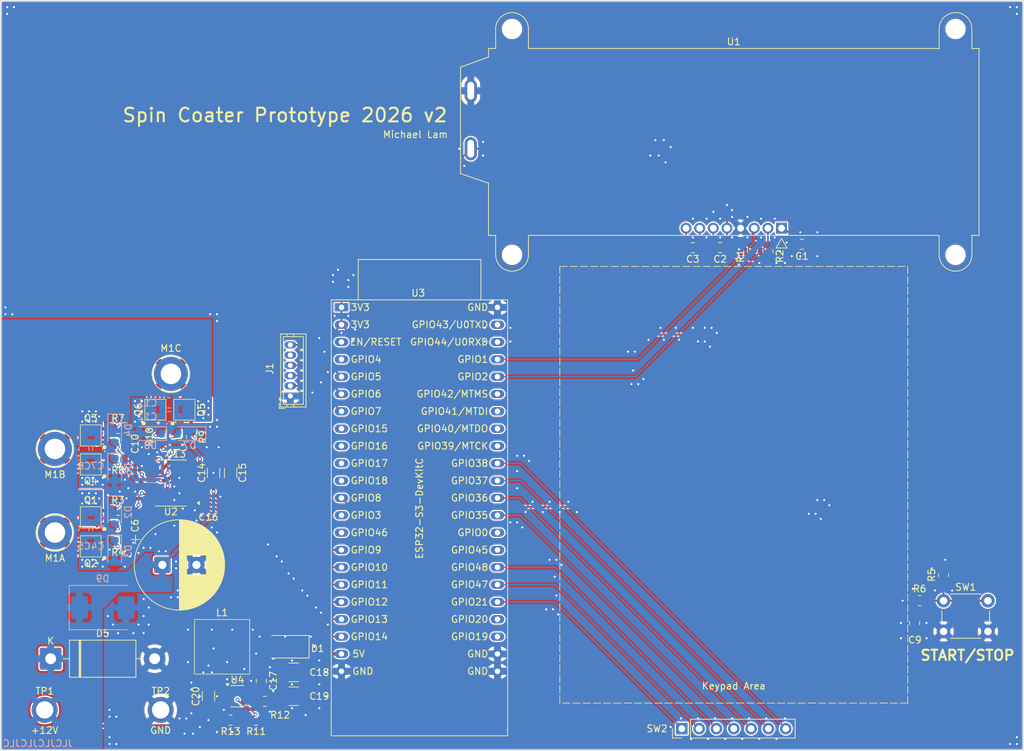
<source format=kicad_pcb>
(kicad_pcb (version 20241229) (generator "pcbnew") (generator_version "9.0")
  (title_block (date "2026-02-11"))
  (layers (0 "F.Cu" signal) (2 "B.Cu" signal) (13 "F.Paste" user) (15 "B.Paste" user) (5 "F.SilkS" user "F.Silkscreen") (7 "B.SilkS" user "B.Silkscreen") (1 "F.Mask" user) (3 "B.Mask" user) (25 "Edge.Cuts" user))
  (net 0 "")
  (net 1 "+12V")
  (net 2 "GND")
  (net 3 "Net-(U1-VOUT)")
  (net 4 "Net-(U1-C1-)")
  (net 5 "+5V")
  (net 6 "Net-(U1-C1+)")
  (net 7 "Net-(U2-BSTA)")
  (net 8 "Net-(D2-A)")
  (net 9 "Net-(U3-GPIO8{slash}ADC1_CH7)")
  (net 10 "Net-(U2-BSTB)")
  (net 11 "Net-(D4-A)")
  (net 12 "Net-(D7-A)")
  (net 13 "+3.3V")
  (net 14 "Net-(D1-K)")
  (net 15 "Net-(J1-Pin_3)")
  (net 17 "Net-(J1-Pin_2)")
  (net 18 "Net-(J1-Pin_4)")
  (net 19 "Net-(U2-BSTC)")
  (net 20 "Net-(U4-SW)")
  (net 21 "Net-(U4-BST)")
  (net 22 "Net-(D2-K)")
  (net 23 "Net-(D3-K)")
  (net 24 "Net-(D4-K)")
  (net 25 "Net-(D8-K)")
  (net 26 "Net-(D6-K)")
  (net 27 "Net-(U1-SDA)")
  (net 28 "Net-(U1-SCL)")
  (net 29 "Net-(U2-GHA)")
  (net 30 "Net-(U2-GLA)")
  (net 31 "Net-(R5-Pad2)")
  (net 32 "Net-(U2-GHB)")
  (net 33 "Net-(U2-GLB)")
  (net 34 "Net-(U2-GHC)")
  (net 35 "Net-(U2-GLC)")
  (net 36 "Net-(U4-FB)")
  (net 51 "/INLC")
  (net 52 "/INLB")
  (net 57 "/INHC")
  (net 58 "Net-(D7-K)")
  (net 59 "Net-(U4-EN)")
  (net 60 "/INHA")
  (net 61 "/INLA")
  (net 62 "/INHB")
  (net 63 "Net-(SW2-Pin_1)")
  (net 64 "Net-(SW2-Pin_5)")
  (net 65 "Net-(SW2-Pin_4)")
  (net 66 "Net-(SW2-Pin_7)")
  (net 67 "Net-(SW2-Pin_3)")
  (net 68 "Net-(SW2-Pin_2)")
  (net 69 "Net-(SW2-Pin_6)")
  (footprint "footprints:PPAK3x3" (layer "F.Cu") (at 91 115 90)
    (property "Reference" "Q5")
    (property "Value" "GSFN6982")
  )
  (footprint "footprints:PPAK3x3" (layer "F.Cu") (at 78.25 119.75 180)
    (property "Reference" "Q3")
    (property "Value" "GSFN6982")
  )
  (footprint "footprints:PPAK3x3" (layer "F.Cu") (at 78.25 136 180)
    (property "Reference" "Q2")
    (property "Value" "GSFN6982")
  )
  (footprint "Package_TO_SOT_SMD:TSOT-23-6" (layer "F.Cu") (at 99.75 157)
    (property "Reference" "U4")
    (property "Value" "TPP302080")
  )
  (footprint "Resistor_SMD:R_0805_2012Metric" (layer "F.Cu") (at 199.75 143 180)
    (property "Reference" "R6")
    (property "Value" "10k")
  )
  (footprint "footprints:PPAK3x3" (layer "F.Cu") (at 86.75 115 90)
    (property "Reference" "Q6")
    (property "Value" "GSFN6982")
  )
  (footprint "Capacitor_SMD:C_1206_3216Metric" (layer "F.Cu") (at 98.75 124.25 90)
    (property "Reference" "C15")
    (property "Value" "10uF")
  )
  (footprint "Capacitor_SMD:C_0805_2012Metric" (layer "F.Cu") (at 170.5 91.25 180)
    (property "Reference" "C2")
    (property "Value" "1uF")
  )
  (footprint "Resistor_SMD:R_0805_2012Metric" (layer "F.Cu") (at 93 119 90)
    (property "Reference" "R9")
    (property "Value" "15")
  )
  (footprint "Resistor_SMD:R_0805_2012Metric" (layer "F.Cu") (at 82.25 117.75 180)
    (property "Reference" "R7")
    (property "Value" "15")
  )
  (footprint "Resistor_SMD:R_0805_2012Metric" (layer "F.Cu") (at 177.5 91.75 90)
    (property "Reference" "R2")
    (property "Value" "4.7k")
  )
  (footprint "footprints:TestPoint_THTPad_D5.0mm_Drill3.0mm" (layer "F.Cu") (at 73 120.75)
    (property "Reference" "M1B")
    (property "Value" "TestPoint")
  )
  (footprint "Resistor_SMD:R_0805_2012Metric" (layer "F.Cu") (at 203.25 139.25 -90)
    (property "Reference" "R5")
    (property "Value" "10k")
  )
  (footprint "footprints:PPAK3x3" (layer "F.Cu") (at 78.25 124 180)
    (property "Reference" "Q4")
    (property "Value" "GSFN6982")
  )
  (footprint "Resistor_SMD:R_0805_2012Metric" (layer "F.Cu") (at 175.25 91.75 90)
    (property "Reference" "R1")
    (property "Value" "4.7k")
  )
  (footprint "Package_SO:TSSOP-20_4.4x6.5mm_P0.65mm" (layer "F.Cu") (at 90 125.75 180)
    (property "Reference" "U2")
    (property "Value" "DRV8300D")
  )
  (footprint "Capacitor_SMD:C_0805_2012Metric" (layer "F.Cu") (at 82.25 120 180)
    (property "Reference" "C10")
    (property "Value" "1uF")
  )
  (footprint "Resistor_SMD:R_0805_2012Metric" (layer "F.Cu") (at 102.5 160.5 180)
    (property "Reference" "R11")
    (property "Value" "22k")
  )
  (footprint "Capacitor_SMD:C_0805_2012Metric" (layer "F.Cu") (at 199 146.25 -90)
    (property "Reference" "C9")
    (property "Value" "1uF")
  )
  (footprint "Capacitor_SMD:C_1206_3216Metric" (layer "F.Cu") (at 96.25 124.25 90)
    (property "Reference" "C14")
    (property "Value" "10uF")
  )
  (footprint "Capacitor_SMD:C_0805_2012Metric" (layer "F.Cu") (at 82.25 132 180)
    (property "Reference" "C6")
    (property "Value" "1uF")
  )
  (footprint "Button_Switch_THT:SW_PUSH_6mm" (layer "F.Cu") (at 203.25 143)
    (property "Reference" "SW1")
    (property "Value" "SW_Push")
  )
  (footprint "Capacitor_SMD:C_0805_2012Metric" (layer "F.Cu") (at 90.75 119 90)
    (property "Reference" "C13")
    (property "Value" "1uF")
  )
  (footprint "Resistor_SMD:R_0805_2012Metric" (layer "F.Cu") (at 82.25 134.25 180)
    (property "Reference" "R4")
    (property "Value" "15")
  )
  (footprint "Capacitor_SMD:C_0805_2012Metric" (layer "F.Cu") (at 103.25 154.75 -90)
    (property "Reference" "C17")
    (property "Value" "100nF")
  )
  (footprint "footprints:TestPoint_THTPad_D5.0mm_Drill3.0mm" (layer "F.Cu") (at 90 109.75)
    (property "Reference" "M1C")
    (property "Value" "TestPoint")
  )
  (footprint "footprints:1502-2 Turret" (layer "F.Cu") (at 88.5 154)
    (property "Reference" "TP2")
    (property "Value" "Alligator In")
  )
  (footprint "Capacitor_THT:CP_Radial_D13.0mm_P5.00mm" (layer "F.Cu") (at 88.75 137.75)
    (property "Reference" "C16")
    (property "Value" "1mF")
  )
  (footprint "Resistor_SMD:R_0805_2012Metric" (layer "F.Cu") (at 88.5 119 90)
    (property "Reference" "R10")
    (property "Value" "15")
  )
  (footprint "footprints:1502-2 Turret" (layer "F.Cu") (at 71.5 154)
    (property "Reference" "TP1")
    (property "Value" "Alligator In")
  )
  (footprint "footprints:HCM1A0805V3-150R" (layer "F.Cu") (at 97.5 149.75)
    (property "Reference" "L1")
    (property "Value" "15uH")
  )
  (footprint "footprints:TestPoint_THTPad_D5.0mm_Drill3.0mm" (layer "F.Cu") (at 73 133)
    (property "Reference" "M1A")
    (property "Value" "TestPoint")
  )
  (footprint "Resistor_SMD:R_0805_2012Metric" (layer "F.Cu") (at 98.75 160.5 180)
    (property "Reference" "R13")
    (property "Value" "3k")
  )
  (footprint "PCM_Espressif:ESP32-S3-DevKitC" (layer "F.Cu") (at 115 100)
    (property "Reference" "U3")
    (property "Value" "ESP32-S3-DevKitC")
  )
  (footprint "Connector_PinHeader_2.54mm:PinHeader_1x07_P2.54mm_Vertical" (layer "F.Cu") (at 164.88 161.75 90)
    (property "Reference" "SW2")
    (property "Value" "Keypad")
  )
  (footprint "Capacitor_SMD:C_1206_3216Metric" (layer "F.Cu") (at 95.5 157 90)
    (property "Reference" "C20")
    (property "Value" "10uF")
  )
  (footprint "Resistor_SMD:R_0805_2012Metric" (layer "F.Cu") (at 82.25 129.75 180)
    (property "Reference" "R3")
    (property "Value" "15")
  )
  (footprint "Capacitor_SMD:C_0805_2012Metric" (layer "F.Cu") (at 166.5 91.25 180)
    (property "Reference" "C3")
    (property "Value" "1uF")
  )
  (footprint "footprints:PPAK3x3" (layer "F.Cu") (at 78.25 131.75 180)
    (property "Reference" "Q1")
    (property "Value" "GSFN6982")
  )
  (footprint "Display:NHD-C0220BiZ" (layer "F.Cu") (at 172.5 72.5)
    (property "Reference" "U1")
    (property "Value" "NHD-C0220BIZ")
  )
  (footprint "Resistor_SMD:R_0805_2012Metric" (layer "F.Cu") (at 82.25 122.25 180)
    (property "Reference" "R8")
    (property "Value" "15")
  )
  (footprint "Diode_SMD:D_SMA" (layer "F.Cu") (at 106.75 149.75 180)
    (property "Reference" "D1")
    (property "Value" "SS14")
  )
  (footprint "Resistor_SMD:R_0805_2012Metric" (layer "F.Cu") (at 103.75 157.75 180)
    (property "Reference" "R12")
    (property "Value" "100k")
  )
  (footprint "Capacitor_SMD:C_1210_3225Metric" (layer "F.Cu") (at 108 157)
    (property "Reference" "C19")
    (property "Value" "22uF")
  )
  (footprint "Diode_THT:D_DO-201AD_P15.24mm_Horizontal" (layer "F.Cu") (at 72.375 151.5)
    (property "Reference" "D5")
    (property "Value" "SB2060")
  )
  (footprint "Capacitor_SMD:C_1210_3225Metric" (layer "F.Cu") (at 108 153.5)
    (property "Reference" "C18")
    (property "Value" "22uF")
  )
  (footprint "Capacitor_SMD:C_0805_2012Metric" (layer "F.Cu") (at 182.5 90.75)
    (property "Reference" "C1")
    (property "Value" "1uF")
  )
  (footprint "Connector_JST:JST_ZH_B6B-ZR_1x06_P1.50mm_Vertical" (layer "F.Cu") (at 107.5 113 90)
    (property "Reference" "J1")
    (property "Value" "Motor Encoder In")
  )
  (footprint "Diode_SMD:D_SOD-123" (layer "B.Cu") (at 81.75 130 -90)
    (property "Reference" "D2")
    (property "Value" "MMSZ5245B")
  )
  (footprint "Diode_SMD:D_SOD-123" (layer "B.Cu") (at 81.75 123.75 -90)
    (property "Reference" "D6")
    (property "Value" "MMSZ5245B")
  )
  (footprint "Diode_SMD:D_SMC" (layer "B.Cu") (at 80 144)
    (property "Reference" "D9")
    (property "Value" "SMCJ15A")
  )
  (footprint "Capacitor_SMD:C_0805_2012Metric" (layer "B.Cu") (at 77.25 120.75 -90)
    (property "Reference" "C8")
    (property "Value" "1uF")
  )
  (footprint "Capacitor_SMD:C_0805_2012Metric" (layer "B.Cu") (at 89.75 116 180)
    (property "Reference" "C12")
    (property "Value" "1uF")
  )
  (footprint "Diode_SMD:D_SOD-123" (layer "B.Cu") (at 81.75 118 -90)
    (property "Reference" "D4")
    (property "Value" "MMSZ5245B")
  )
  (footprint "Capacitor_SMD:C_0805_2012Metric" (layer "B.Cu") (at 79.25 132.5 -90)
    (property "Reference" "C4")
    (property "Value" "1uF")
  )
  (footprint "Capacitor_SMD:C_0805_2012Metric" (layer "B.Cu") (at 77.25 132.5 -90)
    (property "Reference" "C5")
    (property "Value" "1uF")
  )
  (footprint "Capacitor_SMD:C_0805_2012Metric" (layer "B.Cu") (at 79.25 120.75 -90)
    (property "Reference" "C7")
    (property "Value" "1uF")
  )
  (footprint "Capacitor_SMD:C_0805_2012Metric" (layer "B.Cu") (at 89.75 114 180)
    (property "Reference" "C11")
    (property "Value" "1uF")
  )
  (footprint "Diode_SMD:D_SOD-123" (layer "B.Cu") (at 92.75 118.5 180)
    (property "Reference" "D7")
    (property "Value" "MMSZ5245B")
  )
  (footprint "Diode_SMD:D_SOD-123" (layer "B.Cu") (at 87 118.5 180)
    (property "Reference" "D8")
    (property "Value" "MMSZ5245B")
  )
  (footprint "Diode_SMD:D_SOD-123" (layer "B.Cu") (at 81.75 135.75 -90)
    (property "Reference" "D3")
    (property "Value" "MMSZ5245B")
  )
  (gr_rect (start 147 94) (end 198 158) (stroke (width 0.1) (type dash)) (fill no) (layer "F.SilkS"))
  (gr_rect (start 65 55) (end 215 165) (stroke (width 0.1)) (fill no) (layer "Edge.Cuts"))
  (gr_text "Keypad Area" (at 172.5 155.5 0) (layer "F.SilkS") (effects (font (size 1 1))))
  (gr_text "GND" (at 88.5 162 0) (layer "F.SilkS") (effects (font (size 1 1))))
  (gr_text "Spin Coater Prototype 2026 v2" (at 82.75 73 0) (layer "F.SilkS") (effects (font (size 2 2) (thickness 0.3)) (justify left bottom)))
  (gr_text "Michael Lam" (at 121 75.25 0) (layer "F.SilkS") (effects (font (size 1 1)) (justify left bottom)))
  (gr_text "START/STOP" (at 206.75 151 0) (layer "F.SilkS") (effects (font (size 1.5 1.5) (thickness 0.3) (bold yes))))
  (gr_text "+12V" (at 71.5 162 0) (layer "F.SilkS") (effects (font (size 1 1))))
  (gr_text "JLCJLCJLCJLC" (at 75.75 164.5 0) (layer "B.SilkS") (effects (font (size 1 1)) (justify left bottom mirror)))
  (segment (start 73.856 161.356) (end 92.619 161.356) (width 0.5) (layer "F.Cu") (net 1))
  (segment (start 96.025 157.95) (end 95.5 158.475) (width 0.5) (layer "F.Cu") (net 1))
  (segment (start 71.5 159) (end 73.856 161.356) (width 0.5) (layer "F.Cu") (net 1))
  (segment (start 92.619 161.356) (end 95.5 158.475) (width 0.5) (layer "F.Cu") (net 1))
  (segment (start 92.8625 124.775) (end 95.3 124.775) (width 0.5) (layer "F.Cu") (net 1))
  (segment (start 99.5635 158.901) (end 98.6125 157.95) (width 0.5) (layer "F.Cu") (net 1))
  (segment (start 104.6625 157.75) (end 103.5115 158.901) (width 0.5) (layer "F.Cu") (net 1))
  (segment (start 95.3 124.775) (end 96.25 125.725) (width 0.5) (layer "F.Cu") (net 1))
  (segment (start 96.25 127) (end 96.25 125.725) (width 0.5) (layer "F.Cu") (net 1))
  (segment (start 96.25 125.725) (end 98.75 125.725) (width 0.5) (layer "F.Cu") (net 1))
  (segment (start 103.5115 158.901) (end 99.5635 158.901) (width 0.5) (layer "F.Cu") (net 1))
  (segment (start 98.6125 157.95) (end 96.025 157.95) (width 0.5) (layer "F.Cu") (net 1))
  (via (at 78 127.25) (size 0.6) (drill 0.3) (layers "F.Cu" "B.Cu") (net 1))
  (via (at 95.5 114.75) (size 0.6) (drill 0.3) (layers "F.Cu" "B.Cu") (net 1))
  (via (at 96.25 127) (size 0.6) (drill 0.3) (layers "F.Cu" "B.Cu") (net 1))
  (via (at 79.5 116) (size 0.6) (drill 0.3) (layers "F.Cu" "B.Cu") (net 1))
  (via (at 77 128.75) (size 0.6) (drill 0.3) (layers "F.Cu" "B.Cu") (net 1))
  (via (at 78 128.75) (size 0.6) (drill 0.3) (layers "F.Cu" "B.Cu") (net 1))
  (via (at 94 114.75) (size 0.6) (drill 0.3) (layers "F.Cu" "B.Cu") (net 1))
  (via (at 94.75 115.25) (size 0.6) (drill 0.3) (layers "F.Cu" "B.Cu") (net 1))
  (via (at 79 128.75) (size 0.6) (drill 0.3) (layers "F.Cu" "B.Cu") (net 1))
  (via (at 77 127.25) (size 0.6) (drill 0.3) (layers "F.Cu" "B.Cu") (net 1))
  (via (at 77 116.75) (size 0.6) (drill 0.3) (layers "F.Cu" "B.Cu") (net 1))
  (via (at 94.75 114.25) (size 0.6) (drill 0.3) (layers "F.Cu" "B.Cu") (net 1))
  (via (at 77.5 128) (size 0.6) (drill 0.3) (layers "F.Cu" "B.Cu") (net 1))
  (via (at 94 115.75) (size 0.6) (drill 0.3) (layers "F.Cu" "B.Cu") (net 1))
  (via (at 77 115.25) (size 0.6) (drill 0.3) (layers "F.Cu" "B.Cu") (net 1))
  (via (at 79 116.75) (size 0.6) (drill 0.3) (layers "F.Cu" "B.Cu") (net 1))
  (via (at 95.5 113.75) (size 0.6) (drill 0.3) (layers "F.Cu" "B.Cu") (net 1))
  (via (at 94.75 116.25) (size 0.6) (drill 0.3) (layers "F.Cu" "B.Cu") (net 1))
  (via (at 79 127.25) (size 0.6) (drill 0.3) (layers "F.Cu" "B.Cu") (net 1))
  (via (at 78 116.75) (size 0.6) (drill 0.3) (layers "F.Cu" "B.Cu") (net 1))
  (via (at 78.5 116) (size 0.6) (drill 0.3) (layers "F.Cu" "B.Cu") (net 1))
  (via (at 95.5 115.75) (size 0.6) (drill 0.3) (layers "F.Cu" "B.Cu") (net 1))
  (via (at 79.5 128) (size 0.6) (drill 0.3) (layers "F.Cu" "B.Cu") (net 1))
  (via (at 78 115.25) (size 0.6) (drill 0.3) (layers "F.Cu" "B.Cu") (net 1))
  (via (at 78.5 128) (size 0.6) (drill 0.3) (layers "F.Cu" "B.Cu") (net 1))
  (via (at 77.5 116) (size 0.6) (drill 0.3) (layers "F.Cu" "B.Cu") (net 1))
  (via (at 94 113.75) (size 0.6) (drill 0.3) (layers "F.Cu" "B.Cu") (net 1))
  (via (at 79 115.25) (size 0.6) (drill 0.3) (layers "F.Cu" "B.Cu") (net 1))
  (segment (start 96.25 127) (end 96.25 130.25) (width 0.5) (layer "B.Cu") (net 1))
  (segment (start 88.75 137.75) (end 96.25 130.25) (width 0.5) (layer "B.Cu") (net 1))
  (segment (start 76.6 143) (end 76.75 143) (width 0.5) (layer "B.Cu") (net 1))
  (via (at 81 135.5) (size 0.6) (drill 0.3) (layers "F.Cu" "B.Cu") (net 2))
  (via (at 176.5 89.75) (size 0.6) (drill 0.3) (layers "F.Cu" "B.Cu") (net 2))
  (via (at 98.25 152) (size 0.6) (drill 0.3) (layers "F.Cu" "B.Cu") (net 2))
  (via (at 184.5 130.25) (size 0.6) (drill 0.3) (layers "F.Cu" "B.Cu") (net 2))
  (via (at 83.5 128) (size 0.6) (drill 0.3) (layers "F.Cu" "B.Cu") (net 2))
  (via (at 184.75 128.25) (size 0.6) (drill 0.3) (layers "F.Cu" "B.Cu") (net 2))
  (via (at 107.75 151.75) (size 0.6) (drill 0.3) (layers "F.Cu" "B.Cu") (net 2))
  (via (at 135.75 75.75) (size 0.6) (drill 0.3) (layers "F.Cu" "B.Cu") (net 2))
  (via (at 85.75 120.5) (size 0.6) (drill 0.3) (layers "F.Cu" "B.Cu") (net 2))
  (via (at 160 104.75) (size 0.6) (drill 0.3) (layers "F.Cu" "B.Cu") (net 2))
  (via (at 140.75 131.5) (size 0.6) (drill 0.3) (layers "F.Cu" "B.Cu") (net 2))
  (via (at 84.5 147.75) (size 0.6) (drill 0.3) (layers "F.Cu" "B.Cu") (net 2))
  (via (at 86 147.75) (size 0.6) (drill 0.3) (layers "F.Cu" "B.Cu") (net 2))
  (via (at 171.5 85) (size 0.6) (drill 0.3) (layers "F.Cu" "B.Cu") (net 2))
  (via (at 112.75 153.5) (size 0.6) (drill 0.3) (layers "F.Cu" "B.Cu") (net 2))
  (via (at 162.25 75.5) (size 0.6) (drill 0.3) (layers "F.Cu" "B.Cu") (net 2))
  (via (at 95.5 152.5) (size 0.6) (drill 0.3) (layers "F.Cu" "B.Cu") (net 2))
  (via (at 95.75 101) (size 0.6) (drill 0.3) (layers "F.Cu" "B.Cu") (net 2))
  (via (at 171.25 163.25) (size 0.6) (drill 0.3) (layers "F.Cu" "B.Cu") (net 2))
  (via (at 109.25 141.5) (size 0.6) (drill 0.3) (layers "F.Cu" "B.Cu") (net 2))
  (via (at 86.75 118) (size 0.6) (drill 0.3) (layers "F.Cu" "B.Cu") (net 2))
  (via (at 116 97) (size 0.6) (drill 0.3) (layers "F.Cu" "B.Cu") (net 2))
  (via (at 92.5 147.25) (size 0.6) (drill 0.3) (layers "F.Cu" "B.Cu") (net 2))
  (via (at 94.5 130.5) (size 0.6) (drill 0.3) (layers "F.Cu" "B.Cu") (net 2))
  (via (at 177.25 160.25) (size 0.6) (drill 0.3) (layers "F.Cu" "B.Cu") (net 2))
  (via (at 161.75 103) (size 0.6) (drill 0.3) (layers "F.Cu" "B.Cu") (net 2))
  (via (at 90 142.5) (size 0.6) (drill 0.3) (layers "F.Cu" "B.Cu") (net 2))
  (via (at 88.25 135.75) (size 0.6) (drill 0.3) (layers "F.Cu" "B.Cu") (net 2))
  (via (at 104.5 152.75) (size 0.6) (drill 0.3) (layers "F.Cu" "B.Cu") (net 2))
  (via (at 81 159) (size 0.6) (drill 0.3) (layers "F.Cu" "B.Cu") (net 2))
  (via (at 172.25 160.25) (size 0.6) (drill 0.3) (layers "F.Cu" "B.Cu") (net 2))
  (via (at 90.75 137.25) (size 0.6) (drill 0.3) (layers "F.Cu" "B.Cu") (net 2))
  (via (at 83.25 125.25) (size 0.6) (drill 0.3) (layers "F.Cu" "B.Cu") (net 2))
  (via (at 90.75 138.25) (size 0.6) (drill 0.3) (layers "F.Cu" "B.Cu") (net 2))
  (via (at 146 144.25) (size 0.6) (drill 0.3) (layers "F.Cu" "B.Cu") (net 2))
  (via (at 96 147.25) (size 0.6) (drill 0.3) (layers "F.Cu" "B.Cu") (net 2))
  (via (at 80.75 145.25) (size 0.6) (drill 0.3) (layers "F.Cu" "B.Cu") (net 2))
  (via (at 106.75 148.25) (size 0.6) (drill 0.3) (layers "F.Cu" "B.Cu") (net 2))
  (via (at 94.75 153.5) (size 0.6) (drill 0.3) (layers "F.Cu" "B.Cu") (net 2))
  (via (at 168.75 163.25) (size 0.6) (drill 0.3) (layers "F.Cu" "B.Cu") (net 2))
  (via (at 140.75 124) (size 0.6) (drill 0.3) (layers "F.Cu" "B.Cu") (net 2))
  (via (at 111.75 158.75) (size 0.6) (drill 0.3) (layers "F.Cu" "B.Cu") (net 2))
  (via (at 114 101.25) (size 0.6) (drill 0.3) (layers "F.Cu" "B.Cu") (net 2))
  (via (at 167.25 105) (size 0.6) (drill 0.3) (layers "F.Cu" "B.Cu") (net 2))
  (via (at 183.5 130.25) (size 0.6) (drill 0.3) (layers "F.Cu" "B.Cu") (net 2))
  (via (at 96 132.25) (size 0.6) (drill 0.3) (layers "F.Cu" "B.Cu") (net 2))
  (via (at 77.75 125.5) (size 0.6) (drill 0.3) (layers "F.Cu" "B.Cu") (net 2))
  (via (at 110.5 148.25) (size 0.6) (drill 0.3) (layers "F.Cu" "B.Cu") (net 2))
  (via (at 93 159.5) (size 0.6) (drill 0.3) (layers "F.Cu" "B.Cu") (net 2))
  (via (at 87 119.5) (size 0.6) (drill 0.3) (layers "F.Cu" "B.Cu") (net 2))
  (via (at 82 164) (size 0.6) (drill 0.3) (layers "F.Cu" "B.Cu") (net 2))
  (via (at 84.75 115.25) (size 0.6) (drill 0.3) (layers "F.Cu" "B.Cu") (net 2))
  (via (at 157 106.5) (size 0.6) (drill 0.3) (layers "F.Cu" "B.Cu") (net 2))
  (via (at 168.25 103) (size 0.6) (drill 0.3) (layers "F.Cu" "B.Cu") (net 2))
  (via (at 101.75 154.75) (size 0.6) (drill 0.3) (layers "F.Cu" "B.Cu") (net 2))
  (via (at 113 109.5) (size 0.6) (drill 0.3) (layers "F.Cu" "B.Cu") (net 2))
  (via (at 100.75 153) (size 0.6) (drill 0.3) (layers "F.Cu" "B.Cu") (net 2))
  (via (at 111.75 104.5) (size 0.6) (drill 0.3) (layers "F.Cu" "B.Cu") (net 2))
  (via (at 149.5 130) (size 0.6) (drill 0.3) (layers "F.Cu" "B.Cu") (net 2))
  (via (at 79.25 137.5) (size 0.6) (drill 0.3) (layers "F.Cu" "B.Cu") (net 2))
  (via (at 65.75 101) (size 0.6) (drill 0.3) (layers "F.Cu" "B.Cu") (net 2))
  (via (at 96.75 162.25) (size 0.6) (drill 0.3) (layers "F.Cu" "B.Cu") (net 2))
  (via (at 81 160) (size 0.6) (drill 0.3) (layers "F.Cu" "B.Cu") (net 2))
  (via (at 102 147.25) (size 0.6) (drill 0.3) (layers "F.Cu" "B.Cu") (net 2))
  (via (at 81 123.75) (size 0.6) (drill 0.3) (layers "F.Cu" "B.Cu") (net 2))
  (via (at 116.75 95.25) (size 0.6) (drill 0.3) (layers "F.Cu" "B.Cu") (net 2))
  (via (at 161.5 77.75) (size 0.6) (drill 0.3) (layers "F.Cu" "B.Cu") (net 2))
  (via (at 86 145.25) (size 0.6) (drill 0.3) (layers "F.Cu" "B.Cu") (net 2))
  (via (at 180.25 90.5) (size 0.6) (drill 0.3) (layers "F.Cu" "B.Cu") (net 2))
  (via (at 86 142.75) (size 0.6) (drill 0.3) (layers "F.Cu" "B.Cu") (net 2))
  (via (at 84.75 127) (size 0.6) (drill 0.3) (layers "F.Cu" "B.Cu") (net 2))
  (via (at 146.25 139.5) (size 0.6) (drill 0.3) (layers "F.Cu" "B.Cu") (net 2))
  (via (at 146.5 137) (size 0.6) (drill 0.3) (layers "F.Cu" "B.Cu") (net 2))
  (via (at 213 56) (size 0.6) (drill 0.3) (layers "F.Cu" "B.Cu") (net 2))
  (via (at 182.25 92.5) (size 0.6) (drill 0.3) (layers "F.Cu" "B.Cu") (net 2))
  (via (at 86.75 144) (size 0.6) (drill 0.3) (layers "F.Cu" "B.Cu") (net 2))
  (via (at 162.25 104.75) (size 0.6) (drill 0.3) (layers "F.Cu" "B.Cu") (net 2))
  (via (at 140.75 126.5) (size 0.6) (drill 0.3) (layers "F.Cu" "B.Cu") (net 2))
  (via (at 166.25 163.25) (size 0.6) (drill 0.3) (layers "F.Cu" "B.Cu") (net 2))
  (via (at 110.75 112.5) (size 0.6) (drill 0.3) (layers "F.Cu" "B.Cu") (net 2))
  (via (at 170.5 89.75) (size 0.6) (drill 0.3) (layers "F.Cu" "B.Cu") (net 2))
  (via (at 80.75 127.5) (size 0.6) (drill 0.3) (layers "F.Cu" "B.Cu") (net 2))
  (via (at 105.5 136.5) (size 0.6) (drill 0.3) (layers "F.Cu" "B.Cu") (net 2))
  (via (at 92.5 152) (size 0.6) (drill 0.3) (layers "F.Cu" "B.Cu") (net 2))
  (via (at 166.5 87) (size 0.6) (drill 0.3) (layers "F.Cu" "B.Cu") (net 2))
  (via (at 143 128.5) (size 0.6) (drill 0.3) (layers "F.Cu" "B.Cu") (net 2))
  (via (at 197.25 143) (size 0.6) (drill 0.3) (layers "F.Cu" "B.Cu") (net 2))
  (via (at 174.5 86.75) (size 0.6) (drill 0.3) (layers "F.Cu" "B.Cu") (net 2))
  (via (at 197 148.5) (size 0.6) (drill 0.3) (layers "F.Cu" "B.Cu") (net 2))
  (via (at 186.5 129) (size 0.6) (drill 0.3) (layers "F.Cu" "B.Cu") (net 2))
  (via (at 77 125) (size 0.6) (drill 0.3) (layers "F.Cu" "B.Cu") (net 2))
  (via (at 169.5 86) (size 0.6) (drill 0.3) (layers "F.Cu" "B.Cu") (net 2))
  (via (at 170.5 87) (size 0.6) (drill 0.3) (layers "F.Cu" "B.Cu") (net 2))
  (via (at 99.25 154.5) (size 0.6) (drill 0.3) (layers "F.Cu" "B.Cu") (net 2))
  (via (at 96.75 116.5) (size 0.6) (drill 0.3) (layers "F.Cu" "B.Cu") (net 2))
  (via (at 172.25 85.75) (size 0.6) (drill 0.3) (layers "F.Cu" "B.Cu") (net 2))
  (via (at 197 146.25) (size 0.6) (drill 0.3) (layers "F.Cu" "B.Cu") (net 2))
  (via (at 139.75 105) (size 0.6) (drill 0.3) (layers "F.Cu" "B.Cu") (net 2))
  (via (at 200.75 146.25) (size 0.6) (drill 0.3) (layers "F.Cu" "B.Cu") (net 2))
  (via (at 141.75 121.75) (size 0.6) (drill 0.3) (layers "F.Cu" "B.Cu") (net 2))
  (via (at 145.5 137) (size 0.6) (drill 0.3) (layers "F.Cu" "B.Cu") (net 2))
  (via (at 112 111) (size 0.6) (drill 0.3) (layers "F.Cu" "B.Cu") (net 2))
  (via (at 93 155) (size 0.6) (drill 0.3) (layers "F.Cu" "B.Cu") (net 2))
  (via (at 174.75 160.25) (size 0.6) (drill 0.3) (layers "F.Cu" "B.Cu") (net 2))
  (via (at 83.25 138) (size 0.6) (drill 0.3) (layers "F.Cu" "B.Cu") (net 2))
  (via (at 172.25 86.75) (size 0.6) (drill 0.3) (layers "F.Cu" "B.Cu") (net 2))
  (via (at 90.5 128.25) (size 0.6) (drill 0.3) (layers "F.Cu" "B.Cu") (net 2))
  (via (at 105 154.5) (size 0.6) (drill 0.3) (layers "F.Cu" "B.Cu") (net 2))
  (via (at 98.25 154.5) (size 0.6) (drill 0.3) (layers "F.Cu" "B.Cu") (net 2))
  (via (at 90.5 126.25) (size 0.6) (drill 0.3) (layers "F.Cu" "B.Cu") (net 2))
  (via (at 91.5 136.5) (size 0.6) (drill 0.3) (layers "F.Cu" "B.Cu") (net 2))
  (via (at 93.5 129.75) (size 0.6) (drill 0.3) (layers "F.Cu" "B.Cu") (net 2))
  (via (at 94.25 157) (size 0.6) (drill 0.3) (layers "F.Cu" "B.Cu") (net 2))
  (via (at 147 130) (size 0.6) (drill 0.3) (layers "F.Cu" "B.Cu") (net 2))
  (via (at 79.25 125.5) (size 0.6) (drill 0.3) (layers "F.Cu" "B.Cu") (net 2))
  (via (at 168.5 89.75) (size 0.6) (drill 0.3) (layers "F.Cu" "B.Cu") (net 2))
  (via (at 105 156.25) (size 0.6) (drill 0.3) (layers "F.Cu" "B.Cu") (net 2))
  (via (at 96.75 102) (size 0.6) (drill 0.3) (layers "F.Cu" "B.Cu") (net 2))
  (via (at 107.75 158.75) (size 0.6) (drill 0.3) (layers "F.Cu" "B.Cu") (net 2))
  (via (at 179.25 91.75) (size 0.6) (drill 0.3) (layers "F.Cu" "B.Cu") (net 2))
  (via (at 91.25 127.25) (size 0.6) (drill 0.3) (layers "F.Cu" "B.Cu") (net 2))
  (via (at 164.5 104.75) (size 0.6) (drill 0.3) (layers "F.Cu" "B.Cu") (net 2))
  (via (at 169.25 103) (size 0.6) (drill 0.3) (layers "F.Cu" "B.Cu") (net 2))
  (via (at 77 137) (size 0.6) (drill 0.3) (layers "F.Cu" "B.Cu") (net 2))
  (via (at 82.5 127) (size 0.6) (drill 0.3) (layers "F.Cu" "B.Cu") (net 2))
  (via (at 136 105) (size 0.6) (drill 0.3) (layers "F.Cu" "B.Cu") (net 2))
  (via (at 116 101.25) (size 0.6) (drill 0.3) (layers "F.Cu" "B.Cu") (net 2))
  (via (at 82.25 147.75) (size 0.6) (drill 0.3) (layers "F.Cu" "B.Cu") (net 2))
  (via (at 112.75 157) (size 0.6) (drill 0.3) (layers "F.Cu" "B.Cu") (net 2))
  (via (at 78.5 138) (size 0.6) (drill 0.3) (layers "F.Cu" "B.Cu") (net 2))
  (via (at 81 163) (size 0.6) (drill 0.3) (layers "F.Cu" "B.Cu") (net 2))
  (via (at 111.25 144) (size 0.6) (drill 0.3) (layers "F.Cu" "B.Cu") (net 2))
  (via (at 105 151.5) (size 0.6) (drill 0.3) (layers "F.Cu" "B.Cu") (net 2))
  (via (at 91 141.5) (size 0.6) (drill 0.3) (layers "F.Cu" "B.Cu") (net 2))
  (via (at 113.75 95.25) (size 0.6) (drill 0.3) (layers "F.Cu" "B.Cu") (net 2))
  (via (at 81.5 146.5) (size 0.6) (drill 0.3) (layers "F.Cu" "B.Cu") (net 2))
  (via (at 157.5 111.25) (size 0.6) (drill 0.3) (layers "F.Cu" "B.Cu") (net 2))
  (via (at 96.75 101) (size 0.6) (drill 0.3) (layers "F.Cu" "B.Cu") (net 2))
  (via (at 84 136.5) (size 0.6) (drill 0.3) (layers "F.Cu" "B.Cu") (net 2))
  (via (at 184.75 89) (size 0.6) (drill 0.3) (layers "F.Cu" "B.Cu") (net 2))
  (via (at 170 103.75) (size 0.6) (drill 0.3) (layers "F.Cu" "B.Cu") (net 2))
  (via (at 85.25 136) (size 0.6) (drill 0.3) (layers "F.Cu" "B.Cu") (net 2))
  (via (at 132.25 76.75) (size 0.6) (drill 0.3) (layers "F.Cu" "B.Cu") (net 2))
  (via (at 139.75 103) (size 0.6) (drill 0.3) (layers "F.Cu" "B.Cu") (net 2))
  (via (at 96.25 124.25) (size 0.6) (drill 0.3) (layers "F.Cu" "B.Cu") (net 2))
  (via (at 86 135.25) (size 0.6) (drill 0.3) (layers "F.Cu" "B.Cu") (net 2))
  (via (at 116.75 104.75) (size 0.6) (drill 0.3) (layers "F.Cu" "B.Cu") (net 2))
  (via (at 66.75 101) (size 0.6) (drill 0.3) (layers "F.Cu" "B.Cu") (net 2))
  (via (at 90.5 132) (size 0.6) (drill 0.3) (layers "F.Cu" "B.Cu") (net 2))
  (via (at 111 149.75) (size 0.6) (drill 0.3) (layers "F.Cu" "B.Cu") (net 2))
  (via (at 77 138) (size 0.6) (drill 0.3) (layers "F.Cu" "B.Cu") (net 2))
  (via (at 214 57) (size 0.6) (drill 0.3) (layers "F.Cu" "B.Cu") (net 2))
  (via (at 167.25 160.25) (size 0.6) (drill 0.3) (layers "F.Cu" "B.Cu") (net 2))
  (via (at 96.75 133) (size 0.6) (drill 0.3) (layers "F.Cu" "B.Cu") (net 2))
  (via (at 96.25 150) (size 0.6) (drill 0.3) (layers "F.Cu" "B.Cu") (net 2))
  (via (at 181 92.5) (size 0.6) (drill 0.3) (layers "F.Cu" "B.Cu") (net 2))
  (via (at 82 160) (size 0.6) (drill 0.3) (layers "F.Cu" "B.Cu") (net 2))
  (via (at 88 121.25) (size 0.6) (drill 0.3) (layers "F.Cu" "B.Cu") (net 2))
  (via (at 109.75 159.75) (size 0.6) (drill 0.3) (layers "F.Cu" "B.Cu") (net 2))
  (via (at 85.75 115.25) (size 0.6) (drill 0.3) (layers "F.Cu" "B.Cu") (net 2))
  (via (at 157.75 109.25) (size 0.6) (drill 0.3) (layers "F.Cu" "B.Cu") (net 2))
  (via (at 158.5 111.25) (size 0.6) (drill 0.3) (layers "F.Cu" "B.Cu") (net 2))
  (via (at 166.5 89.75) (size 0.6) (drill 0.3) (layers "F.Cu" "B.Cu") (net 2))
  (via (at 173.25 93.75) (size 0.6) (drill 0.3) (layers "F.Cu" "B.Cu") (net 2))
  (via (at 85.75 116.75) (size 0.6) (drill 0.3) (layers "F.Cu" "B.Cu") (net 2))
  (via (at 66 57) (size 0.6) (drill 0.3) (layers "F.Cu" "B.Cu") (net 2))
  (via (at 214 56) (size 0.6) (drill 0.3) (layers "F.Cu" "B.Cu") (net 2))
  (via (at 92.25 160.25) (size 0.6) (drill 0.3) (layers "F.Cu" "B.Cu") (net 2))
  (via (at 83.75 126.5) (size 0.6) (drill 0.3) (layers "F.Cu" "B.Cu") (net 2))
  (via (at 145 144.25) (size 0.6) (drill 0.3) (layers "F.Cu" "B.Cu") (net 2))
  (via (at 173.75 163.25) (size 0.6) (drill 0.3) (layers "F.Cu" "B.Cu") (net 2))
  (via (at 84.75 116.75) (size 0.6) (drill 0.3) (layers "F.Cu" "B.Cu") (net 2))
  (via (at 136 103) (size 0.6) (drill 0.3) (layers "F.Cu" "B.Cu") (net 2))
  (via (at 78.5 137) (size 0.6) (drill 0.3) (layers "F.Cu" "B.Cu") (net 2))
  (via (at 214 164) (size 0.6) (drill 0.3) (layers "F.Cu" "B.Cu") (net 2))
  (via (at 163.25 161.5) (size 0.6) (drill 0.3) (layers "F.Cu" "B.Cu") (net 2))
  (via (at 93 156) (size 0.6) (drill 0.3) (layers "F.Cu" "B.Cu") (net 2))
  (via (at 80 138) (size 0.6) (drill 0.3) (layers "F.Cu" "B.Cu") (net 2))
  (via (at 110 142.25) (size 0.6) (drill 0.3) (layers "F.Cu" "B.Cu") (net 2))
  (via (at 77 126) (size 0.6) (drill 0.3) (layers "F.Cu" "B.Cu") (net 2))
  (via (at 201.5 138.25) (size 0.6) (drill 0.3) (layers "F.Cu" "B.Cu") (net 2))
  (via (at 107.75 155.25) (size 0.6) (drill 0.3) (layers "F.Cu" "B.Cu") (net 2))
  (via (at 96.75 157) (size 0.6) (drill 0.3) (layers "F.Cu" "B.Cu") (net 2))
  (via (at 166.5 103) (size 0.6) (drill 0.3) (layers "F.Cu" "B.Cu") (net 2))
  (via (at 104.5 159.25) (size 0.6) (drill 0.3) (layers "F.Cu" "B.Cu") (net 2))
  (via (at 159.25 110.5) (size 0.6) (drill 0.3) (layers "F.Cu" "B.Cu") (net 2))
  (via (at 164.75 160.25) (size 0.6) (drill 0.3) (layers "F.Cu" "B.Cu") (net 2))
  (via (at 93.75 131.25) (size 0.6) (drill 0.3) (layers "F.Cu" "B.Cu") (net 2))
  (via (at 184.75 92.5) (size 0.6) (drill 0.3) (layers "F.Cu" "B.Cu") (net 2))
  (via (at 203.5 137) (size 0.6) (drill 0.3) (layers "F.Cu" "B.Cu") (net 2))
  (via (at 85.75 113.75) (size 0.6) (drill 0.3) (layers "F.Cu" "B.Cu") (net 2))
  (via (at 111.75 155.25) (size 0.6) (drill 0.3) (layers "F.Cu" "B.Cu") (net 2))
  (via (at 113 146.5) (size 0.6) (drill 0.3) (layers "F.Cu" "B.Cu") (net 2))
  (via (at 108 139.75) (size 0.6) (drill 0.3) (layers "F.Cu" "B.Cu") (net 2))
  (via (at 173.25 91.5) (size 0.6) (drill 0.3) (layers "F.Cu" "B.Cu") (net 2))
  (via (at 146.75 145) (size 0.6) (drill 0.3) (layers "F.Cu" "B.Cu") (net 2))
  (via (at 85.25 116) (size 0.6) (drill 0.3) (layers "F.Cu" "B.Cu") (net 2))
  (via (at 97 120.5) (size 0.6) (drill 0.3) (layers "F.Cu" "B.Cu") (net 2))
  (via (at 87.75 133.25) (size 0.6) (drill 0.3) (layers "F.Cu" "B.Cu") (net 2))
  (via (at 81 164) (size 0.6) (drill 0.3) (layers "F.Cu" "B.Cu") (net 2))
  (via (at 78.5 125) (size 0.6) (drill 0.3) (layers "F.Cu" "B.Cu") (net 2))
  (via (at 164 103) (size 0.6) (drill 0.3) (layers "F.Cu" "B.Cu") (net 2))
  (via (at 113.75 96.25) (size 0.6) (drill 0.3) (layers "F.Cu" "B.Cu") (net 2))
  (via (at 139.75 131.5) (size 0.6) (drill 0.3) (layers "F.Cu" "B.Cu") (net 2))
  (via (at 180 160.25) (size 0.6) (drill 0.3) (layers "F.Cu" "B.Cu") (net 2))
  (via (at 77.75 137.5) (size 0.6) (drill 0.3) (layers "F.Cu" "B.Cu") (net 2))
  (via (at 117 103.25) (size 0.6) (drill 0.3) (layers "F.Cu" "B.Cu") (net 2))
  (via (at 107.25 139) (size 0.6) (drill 0.3) (layers "F.Cu" "B.Cu") (net 2))
  (via (at 142 130) (size 0.6) (drill 0.3) (layers "F.Cu" "B.Cu") (net 2))
  (via (at 169.75 160.25) (size 0.6) (drill 0.3) (layers "F.Cu" "B.Cu") (net 2))
  (via (at 99 147.25) (size 0.6) (drill 0.3) (layers "F.Cu" "B.Cu") (net 2))
  (via (at 86.75 121.5) (size 0.6) (drill 0.3) (layers "F.Cu" "B.Cu") (net 2))
  (via (at 106.25 137.25) (size 0.6) (drill 0.3) (layers "F.Cu" "B.Cu") (net 2))
  (via (at 202 141.5) (size 0.6) (drill 0.3) (layers "F.Cu" "B.Cu") (net 2))
  (via (at 114.5 94.5) (size 0.6) (drill 0.3) (layers "F.Cu" "B.Cu") (net 2))
  (via (at 96 153.5) (size 0.6) (drill 0.3) (layers "F.Cu" "B.Cu") (net 2))
  (via (at 204.5 141.5) (size 0.6) (drill 0.3) (layers "F.Cu" "B.Cu") (net 2))
  (via (at 180 93.5) (size 0.6) (drill 0.3) (layers "F.Cu" "B.Cu") (net 2))
  (via (at 89.25 135.75) (size 0.6) (drill 0.3) (layers "F.Cu" "B.Cu") (net 2))
  (via (at 115 103.75) (size 0.6) (drill 0.3) (layers "F.Cu" "B.Cu") (net 2))
  (via (at 174.5 89.75) (size 0.6) (drill 0.3) (layers "F.Cu" "B.Cu") (net 2))
  (via (at 161 75.5) (size 0.6) (drill 0.3) (layers "F.Cu" "B.Cu") (net 2))
  (via (at 97.25 127.75) (size 0.6) (drill 0.3) (layers "F.Cu" "B.Cu") (net 2))
  (via (at 116 96) (size 0.6) (drill 0.3) (layers "F.Cu" "B.Cu") (net 2))
  (via (at 84.75 113.75) (size 0.6) (drill 0.3) (layers "F.Cu" "B.Cu") (net 2))
  (via (at 178.75 93.5) (size 0.6) (drill 0.3) (layers "F.Cu" "B.Cu") (net 2))
  (via (at 85.25 146.5) (size 0.6) (drill 0.3) (layers "F.Cu" "B.Cu") (net 2))
  (via (at 85.25 114.5) (size 0.6) (drill 0.3) (layers "F.Cu" "B.Cu") (net 2))
  (via (at 95.75 117.5) (size 0.6) (drill 0.3) (layers "F.Cu" "B.Cu") (net 2))
  (via (at 99 162.25) (size 0.6) (drill 0.3) (layers "F.Cu" "B.Cu") (net 2))
  (via (at 102.5 150.75) (size 0.6) (drill 0.3) (layers "F.Cu" "B.Cu") (net 2))
  (via (at 142.5 122.5) (size 0.6) (drill 0.3) (layers "F.Cu" "B.Cu") (net 2))
  (via (at 178.5 87) (size 0.6) (drill 0.3) (layers "F.Cu" "B.Cu") (net 2))
  (via (at 95.25 133) (size 0.6) (drill 0.3) (layers "F.Cu" "B.Cu") (net 2))
  (via (at 67 56) (size 0.6) (drill 0.3) (layers "F.Cu" "B.Cu") (net 2))
  (via (at 80 137) (size 0.6) (drill 0.3) (layers "F.Cu" "B.Cu") (net 2))
  (via (at 87 135.25) (size 0.6) (drill 0.3) (layers "F.Cu" "B.Cu") (net 2))
  (via (at 91.25 125) (size 0.6) (drill 0.3) (layers "F.Cu" "B.Cu") (net 2))
  (via (at 147.25 137.75) (size 0.6) (drill 0.3) (layers "F.Cu" "B.Cu") (net 2))
  (via (at 65.75 100) (size 0.6) (drill 0.3) (layers "F.Cu" "B.Cu") (net 2))
  (via (at 80 126) (size 0.6) (drill 0.3) (layers "F.Cu" "B.Cu") (net 2))
  (via (at 111.75 151.75) (size 0.6) (drill 0.3) (layers "F.Cu" "B.Cu") (net 2))
  (via (at 198.75 141.25) (size 0.6) (drill 0.3) (layers "F.Cu" "B.Cu") (net 2))
  (via (at 185.75 128.25) (size 0.6) (drill 0.3) (layers "F.Cu" "B.Cu") (net 2))
  (via (at 91 142.5) (size 0.6) (drill 0.3) (layers "F.Cu" "B.Cu") (net 2))
  (via (at 214 163) (size 0.6) (drill 0.3) (layers "F.Cu" "B.Cu") (net 2))
  (via (at 66 56) (size 0.6) (drill 0.3) (layers "F.Cu" "B.Cu") (net 2))
  (via (at 91.75 129.5) (size 0.6) (drill 0.3) (layers "F.Cu" "B.Cu") (net 2))
  (via (at 95.25 120.5) (size 0.6) (drill 0.3) (layers "F.Cu" "B.Cu") (net 2))
  (via (at 176.5 87) (size 0.6) (drill 0.3) (layers "F.Cu" "B.Cu") (net 2))
  (via (at 145.5 128.5) (size 0.6) (drill 0.3) (layers "F.Cu" "B.Cu") (net 2))
  (via (at 103 148.25) (size 0.6) (drill 0.3) (layers "F.Cu" "B.Cu") (net 2))
  (via (at 133 79.25) (size 0.6) (drill 0.3) (layers "F.Cu" "B.Cu") (net 2))
  (via (at 92 162.5) (size 0.6) (drill 0.3) (layers "F.Cu" "B.Cu") (net 2))
  (via (at 112 144.75) (size 0.6) (drill 0.3) (layers "F.Cu" "B.Cu") (net 2))
  (via (at 91.25 160.25) (size 0.6) (drill 0.3) (layers "F.Cu" "B.Cu") (net 2))
  (via (at 104.25 134.75) (size 0.6) (drill 0.3) (layers "F.Cu" "B.Cu") (net 2))
  (via (at 135.75 77.75) (size 0.6) (drill 0.3) (layers "F.Cu" "B.Cu") (net 2))
  (via (at 112.5 106.5) (size 0.6) (drill 0.3) (layers "F.Cu" "B.Cu") (net 2))
  (via (at 80.75 147.75) (size 0.6) (drill 0.3) (layers "F.Cu" "B.Cu") (net 2))
  (via (at 78.5 126) (size 0.6) (drill 0.3) (layers "F.Cu" "B.Cu") (net 2))
  (via (at 168.25 105) (size 0.6) (drill 0.3) (layers "F.Cu" "B.Cu") (net 2))
  (via (at 148.25 128.5) (size 0.6) (drill 0.3) (layers "F.Cu" "B.Cu") (net 2))
  (via (at 158 106.5) (size 0.6) (drill 0.3) (layers "F.Cu" "B.Cu") (net 2))
  (via (at 93.25 162.5) (size 0.6) (drill 0.3) (layers "F.Cu" "B.Cu") (net 2))
  (via (at 83.25 135.75) (size 0.6) (drill 0.3) (layers "F.Cu" "B.Cu") (net 2))
  (via (at 176.25 163.25) (size 0.6) (drill 0.3) (layers "F.Cu" "B.Cu") (net 2))
  (via (at 85.75 123.25) (size 0.6) (drill 0.3) (layers "F.Cu" "B.Cu") (net 2))
  (via (at 97.75 159) (size 0.6) (drill 0.3) (layers "F.Cu" "B.Cu") (net 2))
  (via (at 178.75 163.25) (size 0.6) (drill 0.3) (layers "F.Cu" "B.Cu") (net 2))
  (via (at 86.75 146.5) (size 0.6) (drill 0.3) (layers "F.Cu" "B.Cu") (net 2))
  (via (at 185.25 131) (size 0.6) (drill 0.3) (layers "F.Cu" "B.Cu") (net 2))
  (via (at 178.5 89.75) (size 0.6) (drill 0.3) (layers "F.Cu" "B.Cu") (net 2))
  (via (at 213 164) (size 0.6) (drill 0.3) (layers "F.Cu" "B.Cu") (net 2))
  (via (at 172.25 89.75) (size 0.6) (drill 0.3) (layers "F.Cu" "B.Cu") (net 2))
  (via (at 84.5 134.5) (size 0.6) (drill 0.3) (layers "F.Cu" "B.Cu") (net 2))
  (via (at 182.25 89) (size 0.6) (drill 0.3) (layers "F.Cu" "B.Cu") (net 2))
  (via (at 163.25 76.5) (size 0.6) (drill 0.3) (layers "F.Cu" "B.Cu") (net 2))
  (via (at 94.25 161.5) (size 0.6) (drill 0.3) (layers "F.Cu" "B.Cu") (net 2))
  (via (at 146.5 142.25) (size 0.6) (drill 0.3) (layers "F.Cu" "B.Cu") (net 2))
  (via (at 160.25 77.75) (size 0.6) (drill 0.3) (layers "F.Cu" "B.Cu") (net 2))
  (via (at 162.5 78.75) (size 0.6) (drill 0.3) (layers "F.Cu" "B.Cu") (net 2))
  (via (at 169 105.75) (size 0.6) (drill 0.3) (layers "F.Cu" "B.Cu") (net 2))
  (via (at 96.75 117.5) (size 0.6) (drill 0.3) (layers "F.Cu" "B.Cu") (net 2))
  (via (at 168.5 87) (size 0.6) (drill 0.3) (layers "F.Cu" "B.Cu") (net 2))
  (via (at 176.25 93.5) (size 0.6) (drill 0.3) (layers "F.Cu" "B.Cu") (net 2))
  (via (at 200.75 148.5) (size 0.6) (drill 0.3) (layers "F.Cu" "B.Cu") (net 2))
  (via (at 141.5 132.25) (size 0.6) (drill 0.3) (layers "F.Cu" "B.Cu") (net 2))
  (via (at 144.5 130) (size 0.6) (drill 0.3) (layers "F.Cu" "B.Cu") (net 2))
  (via (at 80 125) (size 0.6) (drill 0.3) (layers "F.Cu" "B.Cu") (net 2))
  (via (at 95.5 160.5) (size 0.6) (drill 0.3) (layers "F.Cu" "B.Cu") (net 2))
  (via (at 140.75 121.75) (size 0.6) (drill 0.3) (layers "F.Cu" "B.Cu") (net 2))
  (segment (start 169.5 91.2) (end 169.55 91.25) (width 0.25) (layer "F.Cu") (net 3))
  (segment (start 169.5 88.4) (end 169.5 91.2) (width 0.25) (layer "F.Cu") (net 3))
  (segment (start 165.5 88.4) (end 165.5 91.2) (width 0.25) (layer "F.Cu") (net 4))
  (segment (start 165.5 91.2) (end 165.55 91.25) (width 0.25) (layer "F.Cu") (net 4))
  (segment (start 106.525 151.525) (end 104.75 149.75) (width 0.5) (layer "F.Cu") (net 5))
  (segment (start 106.525 153.5) (end 106.525 151.525) (width 0.5) (layer "F.Cu") (net 5))
  (segment (start 106.525 157) (end 106.525 158.35) (width 0.5) (layer "F.Cu") (net 5))
  (segment (start 106.525 157) (end 106.525 153.5) (width 0.5) (layer "F.Cu") (net 5))
  (segment (start 100.625 149.75) (end 104.75 149.75) (width 0.5) (layer "F.Cu") (net 5))
  (segment (start 104.375 160.5) (end 103.4125 160.5) (width 0.5) (layer "F.Cu") (net 5))
  (segment (start 106.525 158.35) (end 104.375 160.5) (width 0.5) (layer "F.Cu") (net 5))
  (segment (start 167.5 91.2) (end 167.45 91.25) (width 0.25) (layer "F.Cu") (net 6))
  (segment (start 167.5 88.4) (end 167.5 91.2) (width 0.25) (layer "F.Cu") (net 6))
  (segment (start 86.525 128.675) (end 87.1375 128.675) (width 0.25) (layer "F.Cu") (net 7))
  (segment (start 83.2 132) (end 86.525 128.675) (width 0.25) (layer "F.Cu") (net 7))
  (segment (start 85.75 127.25) (end 85.875 127.375) (width 0.25) (layer "F.Cu") (net 8))
  (segment (start 82.704486 130.949) (end 83.497514 130.949) (width 0.25) (layer "F.Cu") (net 8))
  (segment (start 81.8 132.5) (end 81.3 132) (width 0.5) (layer "F.Cu") (net 8))
  (segment (start 82.2 131.453486) (end 82.704486 130.949) (width 0.25) (layer "F.Cu") (net 8))
  (segment (start 85.25 129.196514) (end 85.25 129) (width 0.25) (layer "F.Cu") (net 8))
  (segment (start 82.2 132.5) (end 82.2 131.453486) (width 0.25) (layer "F.Cu") (net 8))
  (segment (start 82.2 132.5) (end 81.8 132.5) (width 0.5) (layer "F.Cu") (net 8))
  (segment (start 85.875 127.375) (end 87.1375 127.375) (width 0.25) (layer "F.Cu") (net 8))
  (segment (start 83.497514 130.949) (end 85.25 129.196514) (width 0.25) (layer "F.Cu") (net 8))
  (via (at 82.2 132.5) (size 0.6) (drill 0.3) (layers "F.Cu" "B.Cu") (net 8))
  (via (at 85.25 129) (size 0.6) (drill 0.3) (layers "F.Cu" "B.Cu") (net 8))
  (via (at 85.75 127.25) (size 0.6) (drill 0.3) (layers "F.Cu" "B.Cu") (net 8))
  (segment (start 82.2 132.5) (end 82.2 132.1) (width 0.5) (layer "B.Cu") (net 8))
  (segment (start 85.25 127.75) (end 85.75 127.25) (width 0.25) (layer "B.Cu") (net 8))
  (segment (start 85.25 129) (end 85.25 127.75) (width 0.25) (layer "B.Cu") (net 8))
  (segment (start 82.2 132.1) (end 81.75 131.65) (width 0.5) (layer "B.Cu") (net 8))
  (segment (start 198.8375 143) (end 185.0875 129.25) (width 0.25) (layer "F.Cu") (net 9))
  (segment (start 198.8375 143) (end 198.8375 145.1375) (width 0.25) (layer "F.Cu") (net 9))
  (segment (start 198.8375 145.1375) (end 199 145.3) (width 0.25) (layer "F.Cu") (net 9))
  (segment (start 116.31 129.25) (end 115 127.94) (width 0.25) (layer "F.Cu") (net 9))
  (segment (start 185.0875 129.25) (end 116.31 129.25) (width 0.25) (layer "F.Cu") (net 9))
  (segment (start 85.624 126.624) (end 87.0365 126.624) (width 0.25) (layer "F.Cu") (net 10))
  (segment (start 84.001 125.001) (end 85.624 126.624) (width 0.25) (layer "F.Cu") (net 10))
  (segment (start 87.0365 126.624) (end 87.1375 126.725) (width 0.25) (layer "F.Cu") (net 10))
  (segment (start 84.001 120.801) (end 84.001 125.001) (width 0.25) (layer "F.Cu") (net 10))
  (segment (start 83.2 120) (end 84.001 120.801) (width 0.25) (layer "F.Cu") (net 10))
  (segment (start 81.8 120.5) (end 81.3 120) (width 0.5) (layer "F.Cu") (net 11))
  (segment (start 81.3 120.05) (end 81.3 120) (width 0.5) (layer "F.Cu") (net 11))
  (segment (start 82.2 120.5) (end 81.8 120.5) (width 0.5) (layer "F.Cu") (net 11))
  (segment (start 86.425 125.425) (end 87.1375 125.425) (width 0.25) (layer "F.Cu") (net 11))
  (segment (start 85.75 124.75) (end 86.425 125.425) (width 0.25) (layer "F.Cu") (net 11))
  (segment (start 85.75 124.5) (end 85.75 124.75) (width 0.25) (layer "F.Cu") (net 11))
  (via (at 82.2 120.5) (size 0.6) (drill 0.3) (layers "F.Cu" "B.Cu") (net 11))
  (via (at 85.75 124.5) (size 0.6) (drill 0.3) (layers "F.Cu" "B.Cu") (net 11))
  (segment (start 82.2 120.1) (end 81.75 119.65) (width 0.5) (layer "B.Cu") (net 11))
  (segment (start 82.2 120.5) (end 82.2 120.1) (width 0.5) (layer "B.Cu") (net 11))
  (segment (start 82.2 120.95) (end 85.75 124.5) (width 0.25) (layer "B.Cu") (net 11))
  (segment (start 82.2 120.5) (end 82.2 120.95) (width 0.25) (layer "B.Cu") (net 11))
  (segment (start 89.526 119.624) (end 89.526 121.823999) (width 0.25) (layer "F.Cu") (net 12))
  (segment (start 89.526 121.823999) (end 87.874999 123.475) (width 0.25) (layer "F.Cu") (net 12))
  (segment (start 90.25 118.9) (end 89.526 119.624) (width 0.25) (layer "F.Cu") (net 12))
  (segment (start 87.874999 123.475) (end 87.1375 123.475) (width 0.25) (layer "F.Cu") (net 12))
  (segment (start 90.25 118.55) (end 90.75 118.05) (width 0.5) (layer "F.Cu") (net 12))
  (segment (start 90.25 118.9) (end 90.25 118.55) (width 0.5) (layer "F.Cu") (net 12))
  (segment (start 90.7 118.05) (end 90.75 118.05) (width 0.5) (layer "F.Cu") (net 12))
  (via (at 90.25 118.9) (size 0.6) (drill 0.3) (layers "F.Cu" "B.Cu") (net 12))
  (segment (start 90.7 118.9) (end 91.1 118.5) (width 0.5) (layer "B.Cu") (net 12))
  (segment (start 90.25 118.9) (end 90.7 118.9) (width 0.5) (layer "B.Cu") (net 12))
  (segment (start 171.5 91.2) (end 171.45 91.25) (width 0.25) (layer "F.Cu") (net 13))
  (segment (start 115 102.54) (end 115 100) (width 0.25) (layer "F.Cu") (net 13))
  (segment (start 171.5 88.4) (end 171.5 91.2) (width 0.25) (layer "F.Cu") (net 13))
  (segment (start 181.55 90.05) (end 179.9 88.4) (width 0.25) (layer "F.Cu") (net 13))
  (segment (start 168.9125 104) (end 116.46 104) (width 0.25) (layer "F.Cu") (net 13))
  (segment (start 162.000001 76.75) (end 171.5 86.249999) (width 0.25) (layer "F.Cu") (net 13))
  (segment (start 175.25 92.6625) (end 177.5 92.6625) (width 0.25) (layer "F.Cu") (net 13))
  (segment (start 115 95.7) (end 133.95 76.75) (width 0.25) (layer "F.Cu") (net 13))
  (segment (start 171.5 86.249999) (end 171.5 88.4) (width 0.25) (layer "F.Cu") (net 13))
  (segment (start 179.9 88.4) (end 179.5 88.4) (width 0.25) (layer "F.Cu") (net 13))
  (segment (start 181.55 90.75) (end 181.55 90.05) (width 0.25) (layer "F.Cu") (net 13))
  (segment (start 172.8625 92.6625) (end 175.25 92.6625) (width 0.25) (layer "F.Cu") (net 13))
  (segment (start 171.45 91.25) (end 172.8625 92.6625) (width 0.25) (layer "F.Cu") (net 13))
  (segment (start 177.5 92.6625) (end 179.6375 92.6625) (width 0.25) (layer "F.Cu") (net 13))
  (segment (start 179.6375 92.6625) (end 181.55 90.75) (width 0.25) (layer "F.Cu") (net 13))
  (segment (start 107.5 105.5) (end 112.04 105.5) (width 0.25) (layer "F.Cu") (net 13))
  (segment (start 116.46 104) (end 115 102.54) (width 0.25) (layer "F.Cu") (net 13))
  (segment (start 112.04 105.5) (end 115 102.54) (width 0.25) (layer "F.Cu") (net 13))
  (segment (start 115 100) (end 115 95.7) (width 0.25) (layer "F.Cu") (net 13))
  (segment (start 203.25 138.3375) (end 168.9125 104) (width 0.25) (layer "F.Cu") (net 13))
  (segment (start 133.95 76.75) (end 162.000001 76.75) (width 0.25) (layer "F.Cu") (net 13))
  (segment (start 109.79728 150.79728) (end 108.75 149.75) (width 0.5) (layer "F.Cu") (net 14))
  (segment (start 114.99632 150.79728) (end 109.79728 150.79728) (width 0.5) (layer "F.Cu") (net 14))
  (segment (start 112.3 110) (end 115 112.7) (width 0.25) (layer "F.Cu") (net 15))
  (segment (start 107.5 110) (end 112.3 110) (width 0.25) (layer "F.Cu") (net 15))
  (segment (start 111.26 111.5) (end 115 115.24) (width 0.25) (layer "F.Cu") (net 17))
  (segment (start 107.5 111.5) (end 111.26 111.5) (width 0.25) (layer "F.Cu") (net 17))
  (segment (start 113.34 108.5) (end 115 110.16) (width 0.25) (layer "F.Cu") (net 18))
  (segment (start 107.5 108.5) (end 113.34 108.5) (width 0.25) (layer "F.Cu") (net 18))
  (segment (start 90.25 121.151) (end 90.25 120.45) (width 0.25) (layer "F.Cu") (net 19))
  (segment (start 88.975 124.775) (end 87.1375 124.775) (width 0.25) (layer "F.Cu") (net 19))
  (segment (start 90.151 121.25) (end 90.25 121.151) (width 0.25) (layer "F.Cu") (net 19))
  (segment (start 90.25 120.45) (end 90.75 119.95) (width 0.25) (layer "F.Cu") (net 19))
  (segment (start 89.530331 124.219669) (end 88.975 124.775) (width 0.25) (layer "F.Cu") (net 19))
  (via (at 90.151 121.25) (size 0.6) (drill 0.3) (layers "F.Cu" "B.Cu") (net 19))
  (via (at 89.530331 124.219669) (size 0.6) (drill 0.3) (layers "F.Cu" "B.Cu") (net 19))
  (segment (start 89.530331 121.870669) (end 89.530331 124.219669) (width 0.25) (layer "B.Cu") (net 19))
  (segment (start 90.151 121.25) (end 89.530331 121.870669) (width 0.25) (layer "B.Cu") (net 19))
  (segment (start 98.6125 157) (end 97.950001 157) (width 0.5) (layer "F.Cu") (net 20))
  (segment (start 97.950001 157) (end 97.25 156.299999) (width 0.5) (layer "F.Cu") (net 20))
  (segment (start 103.25 153.8) (end 101.6209 153.8) (width 0.5) (layer "F.Cu") (net 20))
  (segment (start 99.1791 157) (end 98.6125 157) (width 0.5) (layer "F.Cu") (net 20))
  (segment (start 97.25 152.625) (end 94.375 149.75) (width 0.5) (layer "F.Cu") (net 20))
  (segment (start 99.75 155.6709) (end 99.75 156.4291) (width 0.5) (layer "F.Cu") (net 20))
  (segment (start 99.75 156.4291) (end 99.1791 157) (width 0.5) (layer "F.Cu") (net 20))
  (segment (start 101.6209 153.8) (end 99.75 155.6709) (width 0.5) (layer "F.Cu") (net 20))
  (segment (start 97.25 156.299999) (end 97.25 152.625) (width 0.5) (layer "F.Cu") (net 20))
  (segment (start 102.9 156.05) (end 103.25 155.7) (width 0.5) (layer "F.Cu") (net 21))
  (segment (start 100.8875 156.05) (end 102.9 156.05) (width 0.5) (layer "F.Cu") (net 21))
  (segment (start 79.75 129.8) (end 81.2875 129.8) (width 0.5) (layer "F.Cu") (net 22))
  (segment (start 81.2875 129.8) (end 81.3375 129.75) (width 0.5) (layer "F.Cu") (net 22))
  (segment (start 81.6 129.75) (end 82.15 129.2) (width 0.5) (layer "F.Cu") (net 22))
  (segment (start 81.3375 129.75) (end 81.6 129.75) (width 0.5) (layer "F.Cu") (net 22))
  (via (at 82.15 129.2) (size 0.6) (drill 0.3) (layers "F.Cu" "B.Cu") (net 22))
  (segment (start 82.15 129.2) (end 82.15 128.75) (width 0.5) (layer "B.Cu") (net 22))
  (segment (start 82.15 128.75) (end 81.75 128.35) (width 0.5) (layer "B.Cu") (net 22))
  (segment (start 81.45 134.25) (end 82.2 135) (width 0.5) (layer "F.Cu") (net 23))
  (segment (start 81.1375 134.05) (end 81.3375 134.25) (width 0.5) (layer "F.Cu") (net 23))
  (segment (start 81.3375 134.25) (end 81.45 134.25) (width 0.5) (layer "F.Cu") (net 23))
  (segment (start 79.75 134.05) (end 81.1375 134.05) (width 0.5) (layer "F.Cu") (net 23))
  (via (at 82.2 135) (size 0.6) (drill 0.3) (layers "F.Cu" "B.Cu") (net 23))
  (segment (start 81.75 134.1) (end 81.75 134.55) (width 0.5) (layer "B.Cu") (net 23))
  (segment (start 81.75 134.55) (end 82.2 135) (width 0.5) (layer "B.Cu") (net 23))
  (segment (start 81.2875 117.8) (end 81.3375 117.75) (width 0.5) (layer "F.Cu") (net 24))
  (segment (start 81.3375 117.75) (end 81.6 117.75) (width 0.5) (layer "F.Cu") (net 24))
  (segment (start 79.75 117.8) (end 81.2875 117.8) (width 0.5) (layer "F.Cu") (net 24))
  (segment (start 81.6 117.75) (end 82.15 117.2) (width 0.5) (layer "F.Cu") (net 24))
  (via (at 82.15 117.2) (size 0.6) (drill 0.3) (layers "F.Cu" "B.Cu") (net 24))
  (segment (start 82.15 117.2) (end 82.15 116.75) (width 0.5) (layer "B.Cu") (net 24))
  (segment (start 82.15 116.75) (end 81.75 116.35) (width 0.5) (layer "B.Cu") (net 24))
  (segment (start 88.7 116.5) (end 88.7 117.8875) (width 0.5) (layer "F.Cu") (net 25))
  (segment (start 88.5 118.0875) (end 88.4125 118.0875) (width 0.5) (layer "F.Cu") (net 25))
  (segment (start 88.7 117.8875) (end 88.5 118.0875) (width 0.5) (layer "F.Cu") (net 25))
  (segment (start 88.4125 118.0875) (end 87.75 118.75) (width 0.5) (layer "F.Cu") (net 25))
  (via (at 87.75 118.75) (size 0.6) (drill 0.3) (layers "F.Cu" "B.Cu") (net 25))
  (segment (start 87.75 118.75) (end 88.4 118.75) (width 0.5) (layer "B.Cu") (net 25))
  (segment (start 88.4 118.75) (end 88.65 118.5) (width 0.5) (layer "B.Cu") (net 25))
  (segment (start 82.2 123) (end 81.45 122.25) (width 0.5) (layer "F.Cu") (net 26))
  (segment (start 81.1375 122.05) (end 81.3375 122.25) (width 0.5) (layer "F.Cu") (net 26))
  (segment (start 81.3375 122.3375) (end 81.3375 122.25) (width 0.5) (layer "F.Cu") (net 26))
  (segment (start 81.45 122.25) (end 81.3375 122.25) (width 0.5) (layer "F.Cu") (net 26))
  (segment (start 79.75 122.05) (end 81.1375 122.05) (width 0.5) (layer "F.Cu") (net 26))
  (via (at 82.2 123) (size 0.6) (drill 0.3) (layers "F.Cu" "B.Cu") (net 26))
  (segment (start 82.2 123) (end 81.75 122.55) (width 0.5) (layer "B.Cu") (net 26))
  (segment (start 81.75 122.55) (end 81.75 122.1) (width 0.5) (layer "B.Cu") (net 26))
  (segment (start 175.25 88.65) (end 175.5 88.4) (width 0.25) (layer "F.Cu") (net 27))
  (segment (start 175.25 90.8375) (end 175.25 88.65) (width 0.25) (layer "F.Cu") (net 27))
  (segment (start 158.38 107.62) (end 137.86 107.62) (width 0.25) (layer "B.Cu") (net 27))
  (segment (start 175.5 90.5) (end 158.38 107.62) (width 0.25) (layer "B.Cu") (net 27))
  (segment (start 175.5 88.4) (end 175.5 90.5) (width 0.25) (layer "B.Cu") (net 27))
  (segment (start 177.5 90.8375) (end 177.5 88.4) (width 0.25) (layer "F.Cu") (net 28))
  (segment (start 158.09 110.16) (end 137.86 110.16) (width 0.25) (layer "B.Cu") (net 28))
  (segment (start 177.5 88.4) (end 177.5 90.75) (width 0.25) (layer "B.Cu") (net 28))
  (segment (start 177.5 90.75) (end 158.09 110.16) (width 0.25) (layer "B.Cu") (net 28))
  (segment (start 87.1375 128.025) (end 84.8875 128.025) (width 0.5) (layer "F.Cu") (net 29))
  (segment (start 84.8875 128.025) (end 83.1625 129.75) (width 0.5) (layer "F.Cu") (net 29))
  (segment (start 89.5 126.162895) (end 89.5 127.9125) (width 0.5) (layer "F.Cu") (net 30))
  (segment (start 88.233057 122.233057) (end 87.516943 122.233057) (width 0.5) (layer "F.Cu") (net 30))
  (segment (start 87.516943 122.233057) (end 87.1375 122.6125) (width 0.5) (layer "F.Cu") (net 30))
  (segment (start 89.5 127.9125) (end 83.1625 134.25) (width 0.5) (layer "F.Cu") (net 30))
  (segment (start 87.1375 122.6125) (end 87.1375 122.825) (width 0.5) (layer "F.Cu") (net 30))
  (segment (start 89.52082 126.142075) (end 89.5 126.162895) (width 0.5) (layer "F.Cu") (net 30))
  (via (at 89.52082 126.142075) (size 0.6) (drill 0.3) (layers "F.Cu" "B.Cu") (net 30))
  (via (at 88.233057 122.233057) (size 0.6) (drill 0.3) (layers "F.Cu" "B.Cu") (net 30))
  (segment (start 88.75 124.5) (end 88.75 122.75) (width 0.5) (layer "B.Cu") (net 30))
  (segment (start 89.52082 126.142075) (end 89.52082 125.27082) (width 0.5) (layer "B.Cu") (net 30))
  (segment (start 88.75 122.75) (end 88.233057 122.233057) (width 0.5) (layer "B.Cu") (net 30))
  (segment (start 89.52082 125.27082) (end 88.75 124.5) (width 0.5) (layer "B.Cu") (net 30))
  (segment (start 203.25 143) (end 209.75 143) (width 0.25) (layer "F.Cu") (net 31))
  (segment (start 203.25 143) (end 203.25 140.1625) (width 0.25) (layer "F.Cu") (net 31))
  (segment (start 200.6625 143) (end 203.25 143) (width 0.25) (layer "F.Cu") (net 31))
  (segment (start 86.075 126.075) (end 84.75 124.75) (width 0.5) (layer "F.Cu") (net 32))
  (segment (start 84.75 119.3375) (end 83.1625 117.75) (width 0.5) (layer "F.Cu") (net 32))
  (segment (start 84.75 124.75) (end 84.75 119.3375) (width 0.5) (layer "F.Cu") (net 32))
  (segment (start 87.1375 126.075) (end 86.075 126.075) (width 0.5) (layer "F.Cu") (net 32))
  (segment (start 83.1625 122.25) (end 83.1625 123.6625) (width 0.5) (layer "F.Cu") (net 33))
  (segment (start 91.987075 122.825) (end 89.412075 125.4) (width 0.5) (layer "F.Cu") (net 33))
  (segment (start 83.1625 123.6625) (end 83.25 123.75) (width 0.5) (layer "F.Cu") (net 33))
  (segment (start 92.8625 122.825) (end 91.987075 122.825) (width 0.5) (layer "F.Cu") (net 33))
  (segment (start 89.412075 125.4) (end 88.5 125.4) (width 0.5) (layer "F.Cu") (net 33))
  (via (at 83.25 123.75) (size 0.6) (drill 0.3) (layers "F.Cu" "B.Cu") (net 33))
  (via (at 88.5 125.4) (size 0.6) (drill 0.3) (layers "F.Cu" "B.Cu") (net 33))
  (segment (start 88.5 125.4) (end 88.351 125.251) (width 0.5) (layer "B.Cu") (net 33))
  (segment (start 88.351 125.251) (end 84.751 125.251) (width 0.5) (layer "B.Cu") (net 33))
  (segment (start 84.751 125.251) (end 83.25 123.75) (width 0.5) (layer "B.Cu") (net 33))
  (segment (start 92.5875 119.9125) (end 93 119.9125) (width 0.5) (layer "F.Cu") (net 34))
  (segment (start 88.375 124.125) (end 92.5875 119.9125) (width 0.5) (layer "F.Cu") (net 34))
  (segment (start 87.1375 124.125) (end 88.375 124.125) (width 0.5) (layer "F.Cu") (net 34))
  (segment (start 88.5 120.349) (end 88.901 120.75) (width 0.5) (layer "F.Cu") (net 35))
  (segment (start 92.8625 123.475) (end 93.775 123.475) (width 0.5) (layer "F.Cu") (net 35))
  (segment (start 93.775 123.475) (end 94.25 123) (width 0.5) (layer "F.Cu") (net 35))
  (segment (start 94.25 123) (end 94.25 122.25) (width 0.5) (layer "F.Cu") (net 35))
  (segment (start 88.5 119.9125) (end 88.5 120.349) (width 0.5) (layer "F.Cu") (net 35))
  (via (at 88.901 120.75) (size 0.6) (drill 0.3) (layers "F.Cu" "B.Cu") (net 35))
  (via (at 94.25 122.25) (size 0.6) (drill 0.3) (layers "F.Cu" "B.Cu") (net 35))
  (segment (start 93 120.5) (end 94.25 121.75) (width 0.5) (layer "B.Cu") (net 35))
  (segment (start 89.5 120.75) (end 89.75 120.5) (width 0.5) (layer "B.Cu") (net 35))
  (segment (start 94.25 121.75) (end 94.25 122.25) (width 0.5) (layer "B.Cu") (net 35))
  (segment (start 88.901 120.75) (end 89.5 120.75) (width 0.5) (layer "B.Cu") (net 35))
  (segment (start 89.75 120.5) (end 93 120.5) (width 0.5) (layer "B.Cu") (net 35))
  (segment (start 101.6 160.5) (end 102.4 159.7) (width 0.25) (layer "F.Cu") (net 36))
  (segment (start 100.2 157.95) (end 99.75 157.5) (width 0.25) (layer "F.Cu") (net 36))
  (segment (start 101.5875 160.5) (end 101.6 160.5) (width 0.25) (layer "F.Cu") (net 36))
  (segment (start 100.8875 157.95) (end 100.2 157.95) (width 0.25) (layer "F.Cu") (net 36))
  (segment (start 99.6625 160.5) (end 101.5875 160.5) (width 0.25) (layer "F.Cu") (net 36))
  (via (at 99.75 157.5) (size 0.6) (drill 0.3) (layers "F.Cu" "B.Cu") (net 36))
  (via (at 102.4 159.7) (size 0.6) (drill 0.3) (layers "F.Cu" "B.Cu") (net 36))
  (segment (start 102.4 159.7) (end 102.4 159.65) (width 0.25) (layer "B.Cu") (net 36))
  (segment (start 100.75 158.5) (end 99.75 157.5) (width 0.25) (layer "B.Cu") (net 36))
  (segment (start 102.4 159.65) (end 101.25 158.5) (width 0.25) (layer "B.Cu") (net 36))
  (segment (start 101.25 158.5) (end 100.75 158.5) (width 0.25) (layer "B.Cu") (net 36))
  (segment (start 103.81 135.56) (end 93.675 125.425) (width 0.25) (layer "F.Cu") (net 51))
  (segment (start 115 135.56) (end 103.81 135.56) (width 0.25) (layer "F.Cu") (net 51))
  (segment (start 93.675 125.425) (end 92.8625 125.425) (width 0.25) (layer "F.Cu") (net 51))
  (segment (start 115 138.1) (end 105.715113 138.1) (width 0.25) (layer "F.Cu") (net 52))
  (segment (start 93.690113 126.075) (end 105.715113 138.1) (width 0.25) (layer "F.Cu") (net 52))
  (segment (start 93.690113 126.075) (end 92.8625 126.075) (width 0.25) (layer "F.Cu") (net 52))
  (segment (start 115 143.18) (end 109.546278 143.18) (width 0.25) (layer "F.Cu") (net 57))
  (segment (start 93.741278 127.375) (end 109.546278 143.18) (width 0.25) (layer "F.Cu") (net 57))
  (segment (start 93.741278 127.375) (end 92.8625 127.375) (width 0.25) (layer "F.Cu") (net 57))
  (segment (start 93 118.4) (end 93.5 118.9) (width 0.5) (layer "F.Cu") (net 58))
  (segment (start 92.95 116.5) (end 92.95 118.0375) (width 0.5) (layer "F.Cu") (net 58))
  (segment (start 93 118.0875) (end 93 118.4) (width 0.5) (layer "F.Cu") (net 58))
  (segment (start 92.95 118.0375) (end 93 118.0875) (width 0.5) (layer "F.Cu") (net 58))
  (via (at 93.5 118.9) (size 0.6) (drill 0.3) (layers "F.Cu" "B.Cu") (net 58))
  (segment (start 93.5 118.9) (end 94 118.9) (width 0.5) (layer "B.Cu") (net 58))
  (segment (start 94 118.9) (end 94.4 118.5) (width 0.5) (layer "B.Cu") (net 58))
  (segment (start 102.0875 157) (end 102.8375 157.75) (width 0.25) (layer "F.Cu") (net 59))
  (segment (start 100.8875 157) (end 102.0875 157) (width 0.25) (layer "F.Cu") (net 59))
  (segment (start 114.99632 148.25728) (end 113.38228 148.25728) (width 0.25) (layer "F.Cu") (net 60))
  (segment (start 93.8 128.675) (end 113.38228 148.25728) (width 0.25) (layer "F.Cu") (net 60))
  (segment (start 93.8 128.675) (end 92.8625 128.675) (width 0.25) (layer "F.Cu") (net 60))
  (segment (start 93.725 126.725) (end 107.64 140.64) (width 0.25) (layer "F.Cu") (net 61))
  (segment (start 93.725 126.725) (end 92.8625 126.725) (width 0.25) (layer "F.Cu") (net 61))
  (segment (start 115 140.64) (end 107.64 140.64) (width 0.25) (layer "F.Cu") (net 61))
  (segment (start 93.775 128.025) (end 92.8625 128.025) (width 0.25) (layer "F.Cu") (net 62))
  (segment (start 115 145.72) (end 111.47 145.72) (width 0.25) (layer "F.Cu") (net 62))
  (segment (start 93.775 128.025) (end 111.47 145.72) (width 0.25) (layer "F.Cu") (net 62))
  (segment (start 137.86 143.18) (end 146.31 143.18) (width 0.25) (layer "B.Cu") (net 63))
  (segment (start 146.31 143.18) (end 164.88 161.75) (width 0.25) (layer "B.Cu") (net 63))
  (segment (start 141.23 127.94) (end 175.04 161.75) (width 0.25) (layer "B.Cu") (net 64))
  (segment (start 137.86 127.94) (end 141.23 127.94) (width 0.25) (layer "B.Cu") (net 64))
  (segment (start 141.23 130.48) (end 172.5 161.75) (width 0.25) (layer "B.Cu") (net 65))
  (segment (start 137.86 130.48) (end 141.23 130.48) (width 0.25) (layer "B.Cu") (net 65))
  (segment (start 137.86 122.86) (end 141.23 122.86) (width 0.25) (layer "B.Cu") (net 66))
  (segment (start 141.23 122.86) (end 180.12 161.75) (width 0.25) (layer "B.Cu") (net 66))
  (segment (start 146.31 138.1) (end 169.96 161.75) (width 0.25) (layer "B.Cu") (net 67))
  (segment (start 137.86 138.1) (end 146.31 138.1) (width 0.25) (layer "B.Cu") (net 67))
  (segment (start 137.86 140.64) (end 146.31 140.64) (width 0.25) (layer "B.Cu") (net 68))
  (segment (start 146.31 140.64) (end 167.42 161.75) (width 0.25) (layer "B.Cu") (net 68))
  (segment (start 141.23 125.4) (end 177.58 161.75) (width 0.25) (layer "B.Cu") (net 69))
  (segment (start 137.86 125.4) (end 141.23 125.4) (width 0.25) (layer "B.Cu") (net 69))
  (zone (net 1) (net_name "+12V") (layer "F.Cu") (priority 2) (connect_pads (clearance 0.2)) (min_thickness 0.25) (fill yes (thermal_gap 0.2) (thermal_bridge_width 1))
    (polygon (pts (xy 80 126.75) (xy 76.5 126.75) (xy 76.515 132.25) (xy 80 132.25)))
  )
  (zone (net 1) (net_name "+12V") (layer "F.Cu") (priority 2) (connect_pads (clearance 0.2)) (min_thickness 0.25) (fill yes (thermal_gap 0.2) (thermal_bridge_width 1))
    (polygon (pts (xy 96 116.75) (xy 96 113.25) (xy 90.5 113.265) (xy 90.5 116.75)))
  )
  (zone (net 11) (net_name "Net-(D4-A)") (layer "F.Cu") (priority 1) (connect_pads (clearance 0.2)) (min_thickness 0.25) (fill yes (thermal_gap 0.2) (thermal_bridge_width 1))
    (polygon (pts (xy 80.25 120.75) (xy 81.75 120.75) (xy 81.75 119.015) (xy 80.25 119) (xy 80.25 117.25) (xy 69.5 117.25) (xy 69.5 124.25) (xy 80.25 124.25)))
  )
  (zone (net 8) (net_name "Net-(D2-A)") (layer "F.Cu") (priority 1) (connect_pads (clearance 0.2)) (min_thickness 0.25) (fill yes (thermal_gap 0.2) (thermal_bridge_width 1))
    (polygon (pts (xy 80.25 133) (xy 81.75 133) (xy 81.75 131.265) (xy 80.25 131.25) (xy 80.25 129.5) (xy 69.5 129.5) (xy 69.5 136.5) (xy 80.25 136.5)))
  )
  (zone (net 1) (net_name "+12V") (layer "F.Cu") (priority 2) (connect_pads (clearance 0.2)) (min_thickness 0.25) (fill yes (thermal_gap 0.2) (thermal_bridge_width 1))
    (polygon (pts (xy 80 114.75) (xy 76.5 114.75) (xy 76.515 120.25) (xy 80 120.25)))
  )
  (zone (net 12) (net_name "Net-(D7-A)") (layer "F.Cu") (priority 1) (connect_pads (clearance 0.2)) (min_thickness 0.25) (fill yes (thermal_gap 0.2) (thermal_bridge_width 1))
    (polygon (pts (xy 90 117) (xy 90 118.5) (xy 91.735 118.5) (xy 91.75 117) (xy 93.5 117) (xy 93.5 106.25) (xy 86.5 106.25) (xy 86.5 117)))
  )
  (zone (net 2) (net_name "GND") (layers "F.Cu" "B.Cu") (connect_pads (clearance 0.2)) (min_thickness 0.25) (fill yes (thermal_gap 0.5) (thermal_bridge_width 1))
    (polygon (pts (xy 65 55) (xy 215 55) (xy 215 165) (xy 65 165)))
  )
  (zone (net 1) (net_name "+12V") (layer "B.Cu") (priority 1) (connect_pads (clearance 0.2)) (min_thickness 0.25) (fill yes (thermal_gap 0.5) (thermal_bridge_width 1))
    (polygon (pts (xy 65 164.747935) (xy 80 164.747935) (xy 80 116.75) (xy 96 116.75) (xy 96 101.75) (xy 65 101.75)))
  )
  (zone (net 2) (net_name "GND") (layer "B.Cu") (priority 2) (connect_pads (clearance 0.2)) (min_thickness 0.25) (fill yes (thermal_gap 0.5) (thermal_bridge_width 1))
    (polygon (pts (xy 84.25 119.65) (xy 84.25 113.25) (xy 89.988748 113.25) (xy 90 119.65)))
  )
  (zone (net 2) (net_name "GND") (layer "B.Cu") (priority 2) (connect_pads (clearance 0.2)) (min_thickness 0.25) (fill yes (thermal_gap 0.5) (thermal_bridge_width 1))
    (polygon (pts (xy 82.9 126.5) (xy 76.5 126.5) (xy 76.5 120.761252) (xy 82.9 120.75)))
  )
  (zone (net 2) (net_name "GND") (layer "B.Cu") (priority 2) (connect_pads (clearance 0.2)) (min_thickness 0.25) (fill yes (thermal_gap 0.5) (thermal_bridge_width 1))
    (polygon (pts (xy 82.9 138.5) (xy 76.5 138.5) (xy 76.5 132.761252) (xy 82.9 132.75)))
  )
  (zone (net 1) (net_name "+12V") (layer "B.Cu") (priority 2) (connect_pads (clearance 0.2)) (min_thickness 0.25) (fill yes (thermal_gap 0.5) (thermal_bridge_width 1))
    (polygon (pts (xy 90.25 136) (xy 90.25 141.75) (xy 82.5 141.75) (xy 80 144.25) (xy 80 138.75) (xy 83.5 138.75) (xy 86.25 136)))
  )
)
</source>
